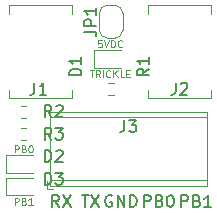
<source format=gbr>
%TF.GenerationSoftware,KiCad,Pcbnew,(5.1.10-1-10_14)*%
%TF.CreationDate,2022-04-02T19:32:47-06:00*%
%TF.ProjectId,RPiG3iMacJ20,52506947-3369-44d6-9163-4a32302e6b69,rev?*%
%TF.SameCoordinates,Original*%
%TF.FileFunction,Legend,Top*%
%TF.FilePolarity,Positive*%
%FSLAX46Y46*%
G04 Gerber Fmt 4.6, Leading zero omitted, Abs format (unit mm)*
G04 Created by KiCad (PCBNEW (5.1.10-1-10_14)) date 2022-04-02 19:32:47*
%MOMM*%
%LPD*%
G01*
G04 APERTURE LIST*
%ADD10C,0.100000*%
%ADD11C,0.150000*%
%ADD12C,0.120000*%
G04 APERTURE END LIST*
D10*
X128151428Y-89206428D02*
X128494285Y-89206428D01*
X128322857Y-89806428D02*
X128322857Y-89206428D01*
X129037142Y-89806428D02*
X128837142Y-89520714D01*
X128694285Y-89806428D02*
X128694285Y-89206428D01*
X128922857Y-89206428D01*
X128980000Y-89235000D01*
X129008571Y-89263571D01*
X129037142Y-89320714D01*
X129037142Y-89406428D01*
X129008571Y-89463571D01*
X128980000Y-89492142D01*
X128922857Y-89520714D01*
X128694285Y-89520714D01*
X129294285Y-89806428D02*
X129294285Y-89206428D01*
X129922857Y-89749285D02*
X129894285Y-89777857D01*
X129808571Y-89806428D01*
X129751428Y-89806428D01*
X129665714Y-89777857D01*
X129608571Y-89720714D01*
X129580000Y-89663571D01*
X129551428Y-89549285D01*
X129551428Y-89463571D01*
X129580000Y-89349285D01*
X129608571Y-89292142D01*
X129665714Y-89235000D01*
X129751428Y-89206428D01*
X129808571Y-89206428D01*
X129894285Y-89235000D01*
X129922857Y-89263571D01*
X130180000Y-89806428D02*
X130180000Y-89206428D01*
X130522857Y-89806428D02*
X130265714Y-89463571D01*
X130522857Y-89206428D02*
X130180000Y-89549285D01*
X131065714Y-89806428D02*
X130780000Y-89806428D01*
X130780000Y-89206428D01*
X131265714Y-89492142D02*
X131465714Y-89492142D01*
X131551428Y-89806428D02*
X131265714Y-89806428D01*
X131265714Y-89206428D01*
X131551428Y-89206428D01*
D11*
X125563333Y-100782380D02*
X125230000Y-100306190D01*
X124991904Y-100782380D02*
X124991904Y-99782380D01*
X125372857Y-99782380D01*
X125468095Y-99830000D01*
X125515714Y-99877619D01*
X125563333Y-99972857D01*
X125563333Y-100115714D01*
X125515714Y-100210952D01*
X125468095Y-100258571D01*
X125372857Y-100306190D01*
X124991904Y-100306190D01*
X125896666Y-99782380D02*
X126563333Y-100782380D01*
X126563333Y-99782380D02*
X125896666Y-100782380D01*
X127508095Y-99782380D02*
X128079523Y-99782380D01*
X127793809Y-100782380D02*
X127793809Y-99782380D01*
X128317619Y-99782380D02*
X128984285Y-100782380D01*
X128984285Y-99782380D02*
X128317619Y-100782380D01*
X130048095Y-99830000D02*
X129952857Y-99782380D01*
X129810000Y-99782380D01*
X129667142Y-99830000D01*
X129571904Y-99925238D01*
X129524285Y-100020476D01*
X129476666Y-100210952D01*
X129476666Y-100353809D01*
X129524285Y-100544285D01*
X129571904Y-100639523D01*
X129667142Y-100734761D01*
X129810000Y-100782380D01*
X129905238Y-100782380D01*
X130048095Y-100734761D01*
X130095714Y-100687142D01*
X130095714Y-100353809D01*
X129905238Y-100353809D01*
X130524285Y-100782380D02*
X130524285Y-99782380D01*
X131095714Y-100782380D01*
X131095714Y-99782380D01*
X131571904Y-100782380D02*
X131571904Y-99782380D01*
X131810000Y-99782380D01*
X131952857Y-99830000D01*
X132048095Y-99925238D01*
X132095714Y-100020476D01*
X132143333Y-100210952D01*
X132143333Y-100353809D01*
X132095714Y-100544285D01*
X132048095Y-100639523D01*
X131952857Y-100734761D01*
X131810000Y-100782380D01*
X131571904Y-100782380D01*
X132746904Y-100782380D02*
X132746904Y-99782380D01*
X133127857Y-99782380D01*
X133223095Y-99830000D01*
X133270714Y-99877619D01*
X133318333Y-99972857D01*
X133318333Y-100115714D01*
X133270714Y-100210952D01*
X133223095Y-100258571D01*
X133127857Y-100306190D01*
X132746904Y-100306190D01*
X134080238Y-100258571D02*
X134223095Y-100306190D01*
X134270714Y-100353809D01*
X134318333Y-100449047D01*
X134318333Y-100591904D01*
X134270714Y-100687142D01*
X134223095Y-100734761D01*
X134127857Y-100782380D01*
X133746904Y-100782380D01*
X133746904Y-99782380D01*
X134080238Y-99782380D01*
X134175476Y-99830000D01*
X134223095Y-99877619D01*
X134270714Y-99972857D01*
X134270714Y-100068095D01*
X134223095Y-100163333D01*
X134175476Y-100210952D01*
X134080238Y-100258571D01*
X133746904Y-100258571D01*
X134937380Y-99782380D02*
X135032619Y-99782380D01*
X135127857Y-99830000D01*
X135175476Y-99877619D01*
X135223095Y-99972857D01*
X135270714Y-100163333D01*
X135270714Y-100401428D01*
X135223095Y-100591904D01*
X135175476Y-100687142D01*
X135127857Y-100734761D01*
X135032619Y-100782380D01*
X134937380Y-100782380D01*
X134842142Y-100734761D01*
X134794523Y-100687142D01*
X134746904Y-100591904D01*
X134699285Y-100401428D01*
X134699285Y-100163333D01*
X134746904Y-99972857D01*
X134794523Y-99877619D01*
X134842142Y-99830000D01*
X134937380Y-99782380D01*
X135921904Y-100782380D02*
X135921904Y-99782380D01*
X136302857Y-99782380D01*
X136398095Y-99830000D01*
X136445714Y-99877619D01*
X136493333Y-99972857D01*
X136493333Y-100115714D01*
X136445714Y-100210952D01*
X136398095Y-100258571D01*
X136302857Y-100306190D01*
X135921904Y-100306190D01*
X137255238Y-100258571D02*
X137398095Y-100306190D01*
X137445714Y-100353809D01*
X137493333Y-100449047D01*
X137493333Y-100591904D01*
X137445714Y-100687142D01*
X137398095Y-100734761D01*
X137302857Y-100782380D01*
X136921904Y-100782380D01*
X136921904Y-99782380D01*
X137255238Y-99782380D01*
X137350476Y-99830000D01*
X137398095Y-99877619D01*
X137445714Y-99972857D01*
X137445714Y-100068095D01*
X137398095Y-100163333D01*
X137350476Y-100210952D01*
X137255238Y-100258571D01*
X136921904Y-100258571D01*
X138445714Y-100782380D02*
X137874285Y-100782380D01*
X138160000Y-100782380D02*
X138160000Y-99782380D01*
X138064761Y-99925238D01*
X137969523Y-100020476D01*
X137874285Y-100068095D01*
D10*
X121812142Y-100601428D02*
X121812142Y-100001428D01*
X122040714Y-100001428D01*
X122097857Y-100030000D01*
X122126428Y-100058571D01*
X122155000Y-100115714D01*
X122155000Y-100201428D01*
X122126428Y-100258571D01*
X122097857Y-100287142D01*
X122040714Y-100315714D01*
X121812142Y-100315714D01*
X122612142Y-100287142D02*
X122697857Y-100315714D01*
X122726428Y-100344285D01*
X122755000Y-100401428D01*
X122755000Y-100487142D01*
X122726428Y-100544285D01*
X122697857Y-100572857D01*
X122640714Y-100601428D01*
X122412142Y-100601428D01*
X122412142Y-100001428D01*
X122612142Y-100001428D01*
X122669285Y-100030000D01*
X122697857Y-100058571D01*
X122726428Y-100115714D01*
X122726428Y-100172857D01*
X122697857Y-100230000D01*
X122669285Y-100258571D01*
X122612142Y-100287142D01*
X122412142Y-100287142D01*
X123326428Y-100601428D02*
X122983571Y-100601428D01*
X123155000Y-100601428D02*
X123155000Y-100001428D01*
X123097857Y-100087142D01*
X123040714Y-100144285D01*
X122983571Y-100172857D01*
X121812142Y-96156428D02*
X121812142Y-95556428D01*
X122040714Y-95556428D01*
X122097857Y-95585000D01*
X122126428Y-95613571D01*
X122155000Y-95670714D01*
X122155000Y-95756428D01*
X122126428Y-95813571D01*
X122097857Y-95842142D01*
X122040714Y-95870714D01*
X121812142Y-95870714D01*
X122612142Y-95842142D02*
X122697857Y-95870714D01*
X122726428Y-95899285D01*
X122755000Y-95956428D01*
X122755000Y-96042142D01*
X122726428Y-96099285D01*
X122697857Y-96127857D01*
X122640714Y-96156428D01*
X122412142Y-96156428D01*
X122412142Y-95556428D01*
X122612142Y-95556428D01*
X122669285Y-95585000D01*
X122697857Y-95613571D01*
X122726428Y-95670714D01*
X122726428Y-95727857D01*
X122697857Y-95785000D01*
X122669285Y-95813571D01*
X122612142Y-95842142D01*
X122412142Y-95842142D01*
X123126428Y-95556428D02*
X123183571Y-95556428D01*
X123240714Y-95585000D01*
X123269285Y-95613571D01*
X123297857Y-95670714D01*
X123326428Y-95785000D01*
X123326428Y-95927857D01*
X123297857Y-96042142D01*
X123269285Y-96099285D01*
X123240714Y-96127857D01*
X123183571Y-96156428D01*
X123126428Y-96156428D01*
X123069285Y-96127857D01*
X123040714Y-96099285D01*
X123012142Y-96042142D01*
X122983571Y-95927857D01*
X122983571Y-95785000D01*
X123012142Y-95670714D01*
X123040714Y-95613571D01*
X123069285Y-95585000D01*
X123126428Y-95556428D01*
X129165714Y-86666428D02*
X128880000Y-86666428D01*
X128851428Y-86952142D01*
X128880000Y-86923571D01*
X128937142Y-86895000D01*
X129080000Y-86895000D01*
X129137142Y-86923571D01*
X129165714Y-86952142D01*
X129194285Y-87009285D01*
X129194285Y-87152142D01*
X129165714Y-87209285D01*
X129137142Y-87237857D01*
X129080000Y-87266428D01*
X128937142Y-87266428D01*
X128880000Y-87237857D01*
X128851428Y-87209285D01*
X129365714Y-86666428D02*
X129565714Y-87266428D01*
X129765714Y-86666428D01*
X129965714Y-87266428D02*
X129965714Y-86666428D01*
X130108571Y-86666428D01*
X130194285Y-86695000D01*
X130251428Y-86752142D01*
X130280000Y-86809285D01*
X130308571Y-86923571D01*
X130308571Y-87009285D01*
X130280000Y-87123571D01*
X130251428Y-87180714D01*
X130194285Y-87237857D01*
X130108571Y-87266428D01*
X129965714Y-87266428D01*
X130908571Y-87209285D02*
X130880000Y-87237857D01*
X130794285Y-87266428D01*
X130737142Y-87266428D01*
X130651428Y-87237857D01*
X130594285Y-87180714D01*
X130565714Y-87123571D01*
X130537142Y-87009285D01*
X130537142Y-86923571D01*
X130565714Y-86809285D01*
X130594285Y-86752142D01*
X130651428Y-86695000D01*
X130737142Y-86666428D01*
X130794285Y-86666428D01*
X130880000Y-86695000D01*
X130908571Y-86723571D01*
D12*
%TO.C,D1*%
X130775000Y-87530000D02*
X128490000Y-87530000D01*
X128490000Y-87530000D02*
X128490000Y-89000000D01*
X128490000Y-89000000D02*
X130775000Y-89000000D01*
%TO.C,J3*%
X124805000Y-98485000D02*
X138085000Y-98485000D01*
X124805000Y-93185000D02*
X138085000Y-93185000D01*
X124805000Y-92725000D02*
X138085000Y-92725000D01*
X124805000Y-99045000D02*
X138085000Y-99045000D01*
X124805000Y-92725000D02*
X124805000Y-99045000D01*
X138085000Y-92725000D02*
X138085000Y-99045000D01*
X124565000Y-98545000D02*
X124565000Y-99285000D01*
X124565000Y-99285000D02*
X125065000Y-99285000D01*
%TO.C,D2*%
X121070000Y-97890000D02*
X123355000Y-97890000D01*
X121070000Y-96420000D02*
X121070000Y-97890000D01*
X123355000Y-96420000D02*
X121070000Y-96420000D01*
%TO.C,D3*%
X123355000Y-98325000D02*
X121070000Y-98325000D01*
X121070000Y-98325000D02*
X121070000Y-99795000D01*
X121070000Y-99795000D02*
X123355000Y-99795000D01*
%TO.C,R1*%
X129737742Y-90282500D02*
X130212258Y-90282500D01*
X129737742Y-91327500D02*
X130212258Y-91327500D01*
%TO.C,R2*%
X122317742Y-93232500D02*
X122792258Y-93232500D01*
X122317742Y-92187500D02*
X122792258Y-92187500D01*
%TO.C,R3*%
X122317742Y-94092500D02*
X122792258Y-94092500D01*
X122317742Y-95137500D02*
X122792258Y-95137500D01*
%TO.C,JP1*%
X128975000Y-85790000D02*
X128975000Y-84390000D01*
X129675000Y-83690000D02*
X130275000Y-83690000D01*
X130975000Y-84390000D02*
X130975000Y-85790000D01*
X130275000Y-86490000D02*
X129675000Y-86490000D01*
X128975000Y-84390000D02*
G75*
G02*
X129675000Y-83690000I700000J0D01*
G01*
X130275000Y-83690000D02*
G75*
G02*
X130975000Y-84390000I0J-700000D01*
G01*
X130975000Y-85790000D02*
G75*
G02*
X130275000Y-86490000I-700000J0D01*
G01*
X129675000Y-86490000D02*
G75*
G02*
X128975000Y-85790000I0J700000D01*
G01*
%TO.C,J1*%
X121330000Y-84410000D02*
X121330000Y-83710000D01*
X121330000Y-83710000D02*
X126630000Y-83710000D01*
X126630000Y-83710000D02*
X126630000Y-84410000D01*
X121330000Y-90850000D02*
X121330000Y-91550000D01*
X121330000Y-91550000D02*
X126630000Y-91550000D01*
X126630000Y-91550000D02*
X126630000Y-90850000D01*
%TO.C,J2*%
X138417000Y-91550000D02*
X138417000Y-90850000D01*
X133117000Y-91550000D02*
X138417000Y-91550000D01*
X133117000Y-90850000D02*
X133117000Y-91550000D01*
X138417000Y-83710000D02*
X138417000Y-84410000D01*
X133117000Y-83710000D02*
X138417000Y-83710000D01*
X133117000Y-84410000D02*
X133117000Y-83710000D01*
%TO.C,D1*%
D11*
X127452380Y-89638095D02*
X126452380Y-89638095D01*
X126452380Y-89400000D01*
X126500000Y-89257142D01*
X126595238Y-89161904D01*
X126690476Y-89114285D01*
X126880952Y-89066666D01*
X127023809Y-89066666D01*
X127214285Y-89114285D01*
X127309523Y-89161904D01*
X127404761Y-89257142D01*
X127452380Y-89400000D01*
X127452380Y-89638095D01*
X127452380Y-88114285D02*
X127452380Y-88685714D01*
X127452380Y-88400000D02*
X126452380Y-88400000D01*
X126595238Y-88495238D01*
X126690476Y-88590476D01*
X126738095Y-88685714D01*
%TO.C,J3*%
X131111666Y-93432380D02*
X131111666Y-94146666D01*
X131064047Y-94289523D01*
X130968809Y-94384761D01*
X130825952Y-94432380D01*
X130730714Y-94432380D01*
X131492619Y-93432380D02*
X132111666Y-93432380D01*
X131778333Y-93813333D01*
X131921190Y-93813333D01*
X132016428Y-93860952D01*
X132064047Y-93908571D01*
X132111666Y-94003809D01*
X132111666Y-94241904D01*
X132064047Y-94337142D01*
X132016428Y-94384761D01*
X131921190Y-94432380D01*
X131635476Y-94432380D01*
X131540238Y-94384761D01*
X131492619Y-94337142D01*
%TO.C,D2*%
X124356904Y-96972380D02*
X124356904Y-95972380D01*
X124595000Y-95972380D01*
X124737857Y-96020000D01*
X124833095Y-96115238D01*
X124880714Y-96210476D01*
X124928333Y-96400952D01*
X124928333Y-96543809D01*
X124880714Y-96734285D01*
X124833095Y-96829523D01*
X124737857Y-96924761D01*
X124595000Y-96972380D01*
X124356904Y-96972380D01*
X125309285Y-96067619D02*
X125356904Y-96020000D01*
X125452142Y-95972380D01*
X125690238Y-95972380D01*
X125785476Y-96020000D01*
X125833095Y-96067619D01*
X125880714Y-96162857D01*
X125880714Y-96258095D01*
X125833095Y-96400952D01*
X125261666Y-96972380D01*
X125880714Y-96972380D01*
%TO.C,D3*%
X124356904Y-98877380D02*
X124356904Y-97877380D01*
X124595000Y-97877380D01*
X124737857Y-97925000D01*
X124833095Y-98020238D01*
X124880714Y-98115476D01*
X124928333Y-98305952D01*
X124928333Y-98448809D01*
X124880714Y-98639285D01*
X124833095Y-98734523D01*
X124737857Y-98829761D01*
X124595000Y-98877380D01*
X124356904Y-98877380D01*
X125261666Y-97877380D02*
X125880714Y-97877380D01*
X125547380Y-98258333D01*
X125690238Y-98258333D01*
X125785476Y-98305952D01*
X125833095Y-98353571D01*
X125880714Y-98448809D01*
X125880714Y-98686904D01*
X125833095Y-98782142D01*
X125785476Y-98829761D01*
X125690238Y-98877380D01*
X125404523Y-98877380D01*
X125309285Y-98829761D01*
X125261666Y-98782142D01*
%TO.C,R1*%
X133167380Y-89066666D02*
X132691190Y-89400000D01*
X133167380Y-89638095D02*
X132167380Y-89638095D01*
X132167380Y-89257142D01*
X132215000Y-89161904D01*
X132262619Y-89114285D01*
X132357857Y-89066666D01*
X132500714Y-89066666D01*
X132595952Y-89114285D01*
X132643571Y-89161904D01*
X132691190Y-89257142D01*
X132691190Y-89638095D01*
X133167380Y-88114285D02*
X133167380Y-88685714D01*
X133167380Y-88400000D02*
X132167380Y-88400000D01*
X132310238Y-88495238D01*
X132405476Y-88590476D01*
X132453095Y-88685714D01*
%TO.C,R2*%
X124928333Y-93162380D02*
X124595000Y-92686190D01*
X124356904Y-93162380D02*
X124356904Y-92162380D01*
X124737857Y-92162380D01*
X124833095Y-92210000D01*
X124880714Y-92257619D01*
X124928333Y-92352857D01*
X124928333Y-92495714D01*
X124880714Y-92590952D01*
X124833095Y-92638571D01*
X124737857Y-92686190D01*
X124356904Y-92686190D01*
X125309285Y-92257619D02*
X125356904Y-92210000D01*
X125452142Y-92162380D01*
X125690238Y-92162380D01*
X125785476Y-92210000D01*
X125833095Y-92257619D01*
X125880714Y-92352857D01*
X125880714Y-92448095D01*
X125833095Y-92590952D01*
X125261666Y-93162380D01*
X125880714Y-93162380D01*
%TO.C,R3*%
X124928333Y-95067380D02*
X124595000Y-94591190D01*
X124356904Y-95067380D02*
X124356904Y-94067380D01*
X124737857Y-94067380D01*
X124833095Y-94115000D01*
X124880714Y-94162619D01*
X124928333Y-94257857D01*
X124928333Y-94400714D01*
X124880714Y-94495952D01*
X124833095Y-94543571D01*
X124737857Y-94591190D01*
X124356904Y-94591190D01*
X125261666Y-94067380D02*
X125880714Y-94067380D01*
X125547380Y-94448333D01*
X125690238Y-94448333D01*
X125785476Y-94495952D01*
X125833095Y-94543571D01*
X125880714Y-94638809D01*
X125880714Y-94876904D01*
X125833095Y-94972142D01*
X125785476Y-95019761D01*
X125690238Y-95067380D01*
X125404523Y-95067380D01*
X125309285Y-95019761D01*
X125261666Y-94972142D01*
%TO.C,JP1*%
X127722380Y-85923333D02*
X128436666Y-85923333D01*
X128579523Y-85970952D01*
X128674761Y-86066190D01*
X128722380Y-86209047D01*
X128722380Y-86304285D01*
X128722380Y-85447142D02*
X127722380Y-85447142D01*
X127722380Y-85066190D01*
X127770000Y-84970952D01*
X127817619Y-84923333D01*
X127912857Y-84875714D01*
X128055714Y-84875714D01*
X128150952Y-84923333D01*
X128198571Y-84970952D01*
X128246190Y-85066190D01*
X128246190Y-85447142D01*
X128722380Y-83923333D02*
X128722380Y-84494761D01*
X128722380Y-84209047D02*
X127722380Y-84209047D01*
X127865238Y-84304285D01*
X127960476Y-84399523D01*
X128008095Y-84494761D01*
%TO.C,J1*%
X123491666Y-90257380D02*
X123491666Y-90971666D01*
X123444047Y-91114523D01*
X123348809Y-91209761D01*
X123205952Y-91257380D01*
X123110714Y-91257380D01*
X124491666Y-91257380D02*
X123920238Y-91257380D01*
X124205952Y-91257380D02*
X124205952Y-90257380D01*
X124110714Y-90400238D01*
X124015476Y-90495476D01*
X123920238Y-90543095D01*
%TO.C,J2*%
X135433666Y-90257380D02*
X135433666Y-90971666D01*
X135386047Y-91114523D01*
X135290809Y-91209761D01*
X135147952Y-91257380D01*
X135052714Y-91257380D01*
X135862238Y-90352619D02*
X135909857Y-90305000D01*
X136005095Y-90257380D01*
X136243190Y-90257380D01*
X136338428Y-90305000D01*
X136386047Y-90352619D01*
X136433666Y-90447857D01*
X136433666Y-90543095D01*
X136386047Y-90685952D01*
X135814619Y-91257380D01*
X136433666Y-91257380D01*
%TD*%
M02*

</source>
